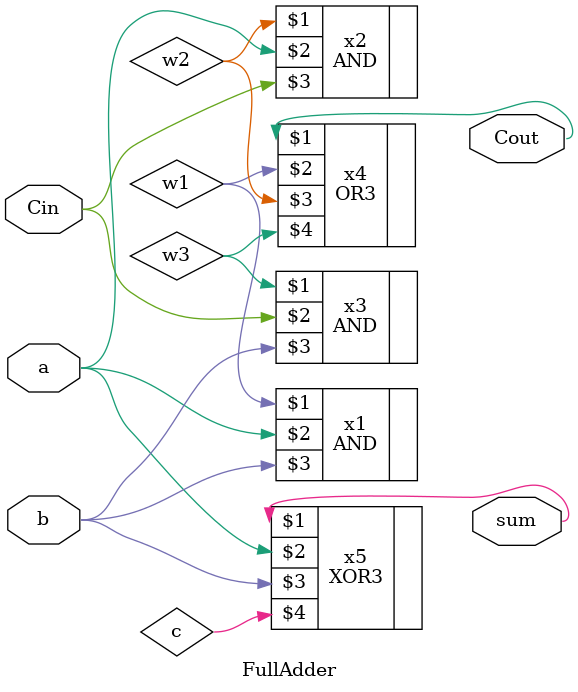
<source format=v>
module FullAdder(Cout, sum, a, b, Cin);
output sum, Cout;
input Cin, a, b;
//module AND (out, in1, in2);
 AND x1(w1, a, b);
 AND x2(w2, a, Cin);
 AND x3(w3, Cin, b);
//module OR3 (out, in1, in2, in3);
 OR3 x4(Cout, w1,w2, w3);
//module XOR3 (out, in1, in2, in3);
 XOR3 x5(sum, a, b, c);


endmodule

</source>
